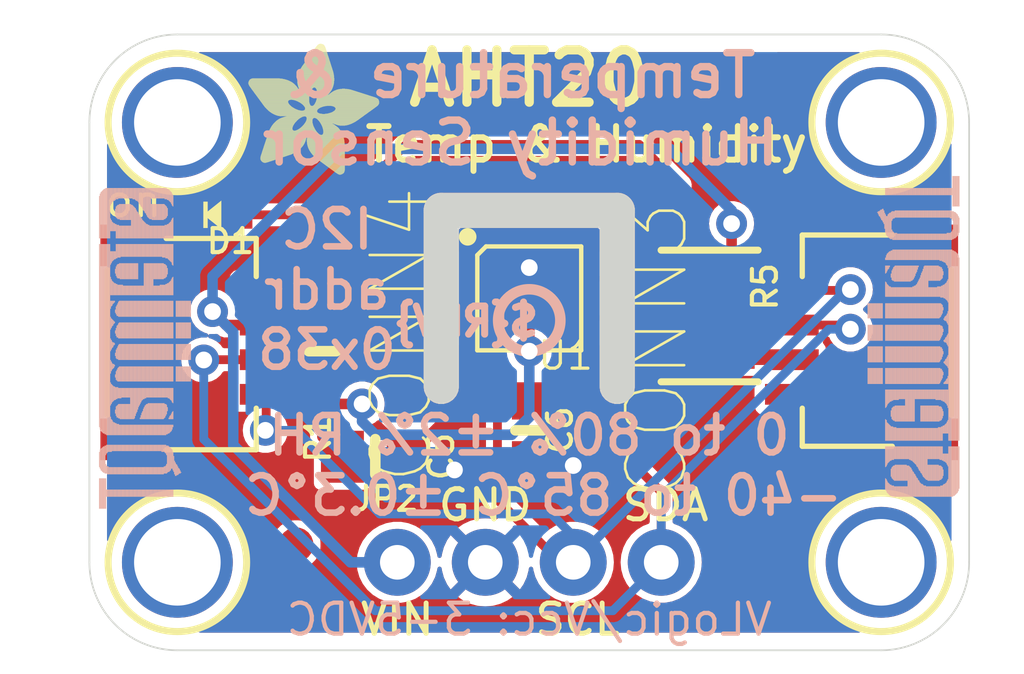
<source format=kicad_pcb>
(kicad_pcb (version 20221018) (generator pcbnew)
  (layers (0 "F.Cu" signal) (31 "B.Cu" signal) (34 "B.Paste" user) (35 "F.Paste" user) (36 "B.SilkS" user "B.Silkscreen") (37 "F.SilkS" user "F.Silkscreen") (38 "B.Mask" user) (39 "F.Mask" user) (44 "Edge.Cuts" user))
  (net 0 "")
  (net 1 "SDA")
  (net 2 "SCL")
  (net 3 "GND")
  (net 4 "VCC")
  (net 5 "N$1")
  (net 6 "VDD")
  (footprint "working:MOUNTINGHOLE_2.5_PLATED" (layer "F.Cu") (at 138.3411 98.6536)
    (fp_text reference "U$19" hide)
    (fp_text value "MOUNTINGHOLE2.5" hide)
    (pad "P$1" thru_hole circle (at 0 0) (size 3.2 3.2) (drill 2.5) (layers "*.Cu" "*.Mask"))
    (zone (net 0) (net_name "") (layer "F.Cu") (connect_pads (clearance 0)) (min_thickness 0.25)
      (keepout (tracks not_allowed) (vias not_allowed) (pads not_allowed) (copperpour not_allowed) (footprints allowed))
      (fill (thermal_gap 0.5) (thermal_bridge_width 0.5))
      (polygon (pts (xy 140.3571 98.6536) (xy 140.33748 98.373027) (xy 140.279004 98.097915) (xy 140.182808 97.833619) (xy 140.050765 97.585283) (xy 139.885446 97.35774) (xy 139.690067 97.15542) (xy 139.468433 96.98226) (xy 139.224856 96.841631) (xy 138.964078 96.73627) (xy 138.691175 96.668228) (xy 138.411457 96.638828) (xy 138.130371 96.648644) (xy 137.853385 96.697484) (xy 137.585893 96.784397) (xy 137.3331 96.907693) (xy 137.099926 97.06497) (xy 136.890911 97.253169) (xy 136.710122 97.468625) (xy 136.561078 97.707145) (xy 136.44668 97.964087) (xy 136.369154 98.23445) (xy 136.330011 98.512971) (xy 136.330011 98.794229) (xy 136.369154 99.07275) (xy 136.44668 99.343113) (xy 136.561078 99.600055) (xy 136.710122 99.838575) (xy 136.890911 100.054031) (xy 137.099926 100.24223) (xy 137.3331 100.399507) (xy 137.585893 100.522803) (xy 137.853385 100.609716) (xy 138.130371 100.658556) (xy 138.411457 100.668372) (xy 138.691175 100.638972) (xy 138.964078 100.57093) (xy 139.224856 100.465569) (xy 139.468433 100.32494) (xy 139.690067 100.15178) (xy 139.885446 99.94946) (xy 140.050765 99.721917) (xy 140.182808 99.473581) (xy 140.279004 99.209285) (xy 140.33748 98.934173)))
      (polygon (pts (xy 138.3251 98.6536) (xy 138.329786 98.664914) (xy 138.3411 98.6696) (xy 138.352414 98.664914) (xy 138.3571 98.6536) (xy 138.352414 98.642286) (xy 138.3411 98.6376) (xy 138.329786 98.642286)))
    )
    (zone (net 0) (net_name "") (layer "B.Cu") (connect_pads (clearance 0)) (min_thickness 0.25)
      (keepout (tracks not_allowed) (vias not_allowed) (pads not_allowed) (copperpour not_allowed) (footprints allowed))
      (fill (thermal_gap 0.5) (thermal_bridge_width 0.5))
      (polygon (pts (xy 140.3571 98.6536) (xy 140.33748 98.373027) (xy 140.279004 98.097915) (xy 140.182808 97.833619) (xy 140.050765 97.585283) (xy 139.885446 97.35774) (xy 139.690067 97.15542) (xy 139.468433 96.98226) (xy 139.224856 96.841631) (xy 138.964078 96.73627) (xy 138.691175 96.668228) (xy 138.411457 96.638828) (xy 138.130371 96.648644) (xy 137.853385 96.697484) (xy 137.585893 96.784397) (xy 137.3331 96.907693) (xy 137.099926 97.06497) (xy 136.890911 97.253169) (xy 136.710122 97.468625) (xy 136.561078 97.707145) (xy 136.44668 97.964087) (xy 136.369154 98.23445) (xy 136.330011 98.512971) (xy 136.330011 98.794229) (xy 136.369154 99.07275) (xy 136.44668 99.343113) (xy 136.561078 99.600055) (xy 136.710122 99.838575) (xy 136.890911 100.054031) (xy 137.099926 100.24223) (xy 137.3331 100.399507) (xy 137.585893 100.522803) (xy 137.853385 100.609716) (xy 138.130371 100.658556) (xy 138.411457 100.668372) (xy 138.691175 100.638972) (xy 138.964078 100.57093) (xy 139.224856 100.465569) (xy 139.468433 100.32494) (xy 139.690067 100.15178) (xy 139.885446 99.94946) (xy 140.050765 99.721917) (xy 140.182808 99.473581) (xy 140.279004 99.209285) (xy 140.33748 98.934173)))
      (polygon (pts (xy 138.3251 98.6536) (xy 138.329786 98.664914) (xy 138.3411 98.6696) (xy 138.352414 98.664914) (xy 138.3571 98.6536) (xy 138.352414 98.642286) (xy 138.3411 98.6376) (xy 138.329786 98.642286)))
    )
  )
  (footprint "working:0603-NO" (layer "F.Cu") (at 148.5011 107.5436 -90)
    (fp_text reference "C6" (at -0.762 -0.889 90) (layer "F.SilkS") (effects (font (size 0.692831 0.692831) (thickness 0.119969)) (justify right)))
    (fp_text value "0.1uF")
    (pad "1" smd rect (at -0.85 0 270) (size 1.075 1) (layers "F.Cu" "F.Paste" "F.Mask") (net 6 "VDD"))
    (pad "2" smd rect (at 0.85 0 270) (size 1.075 1) (layers "F.Cu" "F.Paste" "F.Mask") (net 3 "GND"))
  )
  (footprint "working:MOUNTINGHOLE_2.5_PLATED" (layer "F.Cu") (at 138.3411 111.3536)
    (fp_text reference "U$22" hide)
    (fp_text value "MOUNTINGHOLE2.5" hide)
    (pad "P$1" thru_hole circle (at 0 0) (size 3.2 3.2) (drill 2.5) (layers "*.Cu" "*.Mask"))
    (zone (net 0) (net_name "") (layer "F.Cu") (connect_pads (clearance 0)) (min_thickness 0.25)
      (keepout (tracks not_allowed) (vias not_allowed) (pads not_allowed) (copperpour not_allowed) (footprints allowed))
      (fill (thermal_gap 0.5) (thermal_bridge_width 0.5))
      (polygon (pts (xy 140.3571 111.3536) (xy 140.33748 111.073027) (xy 140.279004 110.797915) (xy 140.182808 110.533619) (xy 140.050765 110.285283) (xy 139.885446 110.05774) (xy 139.690067 109.85542) (xy 139.468433 109.68226) (xy 139.224856 109.541631) (xy 138.964078 109.43627) (xy 138.691175 109.368228) (xy 138.411457 109.338828) (xy 138.130371 109.348644) (xy 137.853385 109.397484) (xy 137.585893 109.484397) (xy 137.3331 109.607693) (xy 137.099926 109.76497) (xy 136.890911 109.953169) (xy 136.710122 110.168625) (xy 136.561078 110.407145) (xy 136.44668 110.664087) (xy 136.369154 110.93445) (xy 136.330011 111.212971) (xy 136.330011 111.494229) (xy 136.369154 111.77275) (xy 136.44668 112.043113) (xy 136.561078 112.300055) (xy 136.710122 112.538575) (xy 136.890911 112.754031) (xy 137.099926 112.94223) (xy 137.3331 113.099507) (xy 137.585893 113.222803) (xy 137.853385 113.309716) (xy 138.130371 113.358556) (xy 138.411457 113.368372) (xy 138.691175 113.338972) (xy 138.964078 113.27093) (xy 139.224856 113.165569) (xy 139.468433 113.02494) (xy 139.690067 112.85178) (xy 139.885446 112.64946) (xy 140.050765 112.421917) (xy 140.182808 112.173581) (xy 140.279004 111.909285) (xy 140.33748 111.634173)))
      (polygon (pts (xy 138.3251 111.3536) (xy 138.329786 111.364914) (xy 138.3411 111.3696) (xy 138.352414 111.364914) (xy 138.3571 111.3536) (xy 138.352414 111.342286) (xy 138.3411 111.3376) (xy 138.329786 111.342286)))
    )
    (zone (net 0) (net_name "") (layer "B.Cu") (connect_pads (clearance 0)) (min_thickness 0.25)
      (keepout (tracks not_allowed) (vias not_allowed) (pads not_allowed) (copperpour not_allowed) (footprints allowed))
      (fill (thermal_gap 0.5) (thermal_bridge_width 0.5))
      (polygon (pts (xy 140.3571 111.3536) (xy 140.33748 111.073027) (xy 140.279004 110.797915) (xy 140.182808 110.533619) (xy 140.050765 110.285283) (xy 139.885446 110.05774) (xy 139.690067 109.85542) (xy 139.468433 109.68226) (xy 139.224856 109.541631) (xy 138.964078 109.43627) (xy 138.691175 109.368228) (xy 138.411457 109.338828) (xy 138.130371 109.348644) (xy 137.853385 109.397484) (xy 137.585893 109.484397) (xy 137.3331 109.607693) (xy 137.099926 109.76497) (xy 136.890911 109.953169) (xy 136.710122 110.168625) (xy 136.561078 110.407145) (xy 136.44668 110.664087) (xy 136.369154 110.93445) (xy 136.330011 111.212971) (xy 136.330011 111.494229) (xy 136.369154 111.77275) (xy 136.44668 112.043113) (xy 136.561078 112.300055) (xy 136.710122 112.538575) (xy 136.890911 112.754031) (xy 137.099926 112.94223) (xy 137.3331 113.099507) (xy 137.585893 113.222803) (xy 137.853385 113.309716) (xy 138.130371 113.358556) (xy 138.411457 113.368372) (xy 138.691175 113.338972) (xy 138.964078 113.27093) (xy 139.224856 113.165569) (xy 139.468433 113.02494) (xy 139.690067 112.85178) (xy 139.885446 112.64946) (xy 140.050765 112.421917) (xy 140.182808 112.173581) (xy 140.279004 111.909285) (xy 140.33748 111.634173)))
      (polygon (pts (xy 138.3251 111.3536) (xy 138.329786 111.364914) (xy 138.3411 111.3696) (xy 138.352414 111.364914) (xy 138.3571 111.3536) (xy 138.352414 111.342286) (xy 138.3411 111.3376) (xy 138.329786 111.342286)))
    )
  )
  (footprint "working:JST_SH4" (layer "F.Cu") (at 138.9126 105.0036 -90)
    (fp_text reference "CONN4" (at -4.6 -5.9 90) (layer "F.SilkS") (effects (font (size 1.703222 1.703222) (thickness 0.074778)) (justify right)))
    (fp_text value "STEMMA_I2C_QT" hide)
    (pad "1" smd rect (at -1.5 -2.006) (size 1.55 0.6) (layers "F.Cu" "F.Paste" "F.Mask") (net 3 "GND"))
    (pad "2" smd rect (at -0.5 -2.006) (size 1.55 0.6) (layers "F.Cu" "F.Paste" "F.Mask") (net 4 "VCC"))
    (pad "3" smd rect (at 0.5 -2.006) (size 1.55 0.6) (layers "F.Cu" "F.Paste" "F.Mask") (net 1 "SDA"))
    (pad "4" smd rect (at 1.5 -2.006) (size 1.55 0.6) (layers "F.Cu" "F.Paste" "F.Mask") (net 2 "SCL"))
    (pad "MT1" smd rect (at -2.8 1.894) (size 1.8 1.2) (layers "F.Cu" "F.Paste" "F.Mask") (net 3 "GND"))
    (pad "MT2" smd rect (at 2.8 1.894) (size 1.8 1.2) (layers "F.Cu" "F.Paste" "F.Mask") (net 3 "GND"))
  )
  (footprint "working:FIDUCIAL_1MM" (layer "F.Cu") (at 155.3591 97.3836)
    (fp_text reference "FID4" hide)
    (fp_text value "FIDUCIAL_1MM" hide)
    (pad "1" smd roundrect (at 0 0) (size 1 1) (layers "F.Cu" "F.Mask") (roundrect_rratio 0.5))
  )
  (footprint "working:ADAFRUIT_3.5MM" (layer "F.Cu") (at 140.3731 100.1776)
    (fp_text reference "U$28" hide)
    (fp_text value "" hide)
  )
  (footprint "working:FIDUCIAL_1MM" (layer "F.Cu") (at 141.7701 110.8456)
    (fp_text reference "FID3" hide)
    (fp_text value "FIDUCIAL_1MM" hide)
    (pad "1" smd roundrect (at 0 0) (size 1 1) (layers "F.Cu" "F.Mask") (roundrect_rratio 0.5))
  )
  (footprint "working:CHIPLED_0603_NOOUTLINE" (layer "F.Cu") (at 139.3571 101.3206 90)
    (fp_text reference "D1" (at -0.762 1.27) (layer "F.SilkS") (effects (font (size 0.692831 0.692831) (thickness 0.119969)) (justify right)))
    (fp_text value "GREEN")
    (pad "A" smd rect (at 0 0.75 90) (size 0.8 0.8) (layers "F.Cu" "F.Paste" "F.Mask") (net 5 "N$1"))
    (pad "C" smd rect (at 0 -0.75 90) (size 0.8 0.8) (layers "F.Cu" "F.Paste" "F.Mask") (net 3 "GND"))
  )
  (footprint "working:MOUNTINGHOLE_2.5_PLATED" (layer "F.Cu") (at 158.6611 111.3536)
    (fp_text reference "U$25" hide)
    (fp_text value "MOUNTINGHOLE2.5" hide)
    (pad "P$1" thru_hole circle (at 0 0) (size 3.2 3.2) (drill 2.5) (layers "*.Cu" "*.Mask"))
    (zone (net 0) (net_name "") (layer "F.Cu") (connect_pads (clearance 0)) (min_thickness 0.25)
      (keepout (tracks not_allowed) (vias not_allowed) (pads not_allowed) (copperpour not_allowed) (footprints allowed))
      (fill (thermal_gap 0.5) (thermal_bridge_width 0.5))
      (polygon (pts (xy 160.6771 111.3536) (xy 160.65748 111.073027) (xy 160.599004 110.797915) (xy 160.502808 110.533619) (xy 160.370765 110.285283) (xy 160.205446 110.05774) (xy 160.010067 109.85542) (xy 159.788433 109.68226) (xy 159.544856 109.541631) (xy 159.284078 109.43627) (xy 159.011175 109.368228) (xy 158.731457 109.338828) (xy 158.450371 109.348644) (xy 158.173385 109.397484) (xy 157.905893 109.484397) (xy 157.6531 109.607693) (xy 157.419926 109.76497) (xy 157.210911 109.953169) (xy 157.030122 110.168625) (xy 156.881078 110.407145) (xy 156.76668 110.664087) (xy 156.689154 110.93445) (xy 156.650011 111.212971) (xy 156.650011 111.494229) (xy 156.689154 111.77275) (xy 156.76668 112.043113) (xy 156.881078 112.300055) (xy 157.030122 112.538575) (xy 157.210911 112.754031) (xy 157.419926 112.94223) (xy 157.6531 113.099507) (xy 157.905893 113.222803) (xy 158.173385 113.309716) (xy 158.450371 113.358556) (xy 158.731457 113.368372) (xy 159.011175 113.338972) (xy 159.284078 113.27093) (xy 159.544856 113.165569) (xy 159.788433 113.02494) (xy 160.010067 112.85178) (xy 160.205446 112.64946) (xy 160.370765 112.421917) (xy 160.502808 112.173581) (xy 160.599004 111.909285) (xy 160.65748 111.634173)))
      (polygon (pts (xy 158.6451 111.3536) (xy 158.649786 111.364914) (xy 158.6611 111.3696) (xy 158.672414 111.364914) (xy 158.6771 111.3536) (xy 158.672414 111.342286) (xy 158.6611 111.3376) (xy 158.649786 111.342286)))
    )
    (zone (net 0) (net_name "") (layer "B.Cu") (connect_pads (clearance 0)) (min_thickness 0.25)
      (keepout (tracks not_allowed) (vias not_allowed) (pads not_allowed) (copperpour not_allowed) (footprints allowed))
      (fill (thermal_gap 0.5) (thermal_bridge_width 0.5))
      (polygon (pts (xy 160.6771 111.3536) (xy 160.65748 111.073027) (xy 160.599004 110.797915) (xy 160.502808 110.533619) (xy 160.370765 110.285283) (xy 160.205446 110.05774) (xy 160.010067 109.85542) (xy 159.788433 109.68226) (xy 159.544856 109.541631) (xy 159.284078 109.43627) (xy 159.011175 109.368228) (xy 158.731457 109.338828) (xy 158.450371 109.348644) (xy 158.173385 109.397484) (xy 157.905893 109.484397) (xy 157.6531 109.607693) (xy 157.419926 109.76497) (xy 157.210911 109.953169) (xy 157.030122 110.168625) (xy 156.881078 110.407145) (xy 156.76668 110.664087) (xy 156.689154 110.93445) (xy 156.650011 111.212971) (xy 156.650011 111.494229) (xy 156.689154 111.77275) (xy 156.76668 112.043113) (xy 156.881078 112.300055) (xy 157.030122 112.538575) (xy 157.210911 112.754031) (xy 157.419926 112.94223) (xy 157.6531 113.099507) (xy 157.905893 113.222803) (xy 158.173385 113.309716) (xy 158.450371 113.358556) (xy 158.731457 113.368372) (xy 159.011175 113.338972) (xy 159.284078 113.27093) (xy 159.544856 113.165569) (xy 159.788433 113.02494) (xy 160.010067 112.85178) (xy 160.205446 112.64946) (xy 160.370765 112.421917) (xy 160.502808 112.173581) (xy 160.599004 111.909285) (xy 160.65748 111.634173)))
      (polygon (pts (xy 158.6451 111.3536) (xy 158.649786 111.364914) (xy 158.6611 111.3696) (xy 158.672414 111.364914) (xy 158.6771 111.3536) (xy 158.672414 111.342286) (xy 158.6611 111.3376) (xy 158.649786 111.342286)))
    )
  )
  (footprint "working:JST_SH4" (layer "F.Cu") (at 158.0896 105.0036 90)
    (fp_text reference "CONN3" (at -4.6 -5.9 90) (layer "F.SilkS") (effects (font (size 1.703222 1.703222) (thickness 0.074778)) (justify left)))
    (fp_text value "STEMMA_I2C_QT" hide)
    (pad "1" smd rect (at -1.5 -2.006 180) (size 1.55 0.6) (layers "F.Cu" "F.Paste" "F.Mask") (net 3 "GND"))
    (pad "2" smd rect (at -0.5 -2.006 180) (size 1.55 0.6) (layers "F.Cu" "F.Paste" "F.Mask") (net 4 "VCC"))
    (pad "3" smd rect (at 0.5 -2.006 180) (size 1.55 0.6) (layers "F.Cu" "F.Paste" "F.Mask") (net 1 "SDA"))
    (pad "4" smd rect (at 1.5 -2.006 180) (size 1.55 0.6) (layers "F.Cu" "F.Paste" "F.Mask") (net 2 "SCL"))
    (pad "MT1" smd rect (at -2.8 1.894 180) (size 1.8 1.2) (layers "F.Cu" "F.Paste" "F.Mask") (net 3 "GND"))
    (pad "MT2" smd rect (at 2.8 1.894 180) (size 1.8 1.2) (layers "F.Cu" "F.Paste" "F.Mask") (net 3 "GND"))
  )
  (footprint "working:0805-NO" (layer "F.Cu") (at 144.0561 108.3056)
    (fp_text reference "C5" (at 1.905 -0.762 90) (layer "F.SilkS") (effects (font (size 0.692831 0.692831) (thickness 0.119969)) (justify right)))
    (fp_text value "10uF")
    (pad "1" smd rect (at -0.95 0) (size 1.24 1.5) (layers "F.Cu" "F.Paste" "F.Mask") (net 6 "VDD"))
    (pad "2" smd rect (at 0.95 0) (size 1.24 1.5) (layers "F.Cu" "F.Paste" "F.Mask") (net 3 "GND"))
  )
  (footprint "working:0603-NO" (layer "F.Cu") (at 142.5321 105.2576 -90)
    (fp_text reference "R1" (at 1.778 0.127 90) (layer "F.SilkS") (effects (font (size 0.692831 0.692831) (thickness 0.119969)) (justify right)))
    (fp_text value "220")
    (pad "1" smd rect (at -0.85 0 270) (size 1.075 1) (layers "F.Cu" "F.Paste" "F.Mask") (net 4 "VCC"))
    (pad "2" smd rect (at 0.85 0 270) (size 1.075 1) (layers "F.Cu" "F.Paste" "F.Mask") (net 6 "VDD"))
  )
  (footprint "working:MOUNTINGHOLE_2.5_PLATED" (layer "F.Cu") (at 158.6611 98.6536)
    (fp_text reference "U$20" hide)
    (fp_text value "MOUNTINGHOLE2.5" hide)
    (pad "P$1" thru_hole circle (at 0 0) (size 3.2 3.2) (drill 2.5) (layers "*.Cu" "*.Mask"))
    (zone (net 0) (net_name "") (layer "F.Cu") (connect_pads (clearance 0)) (min_thickness 0.25)
      (keepout (tracks not_allowed) (vias not_allowed) (pads not_allowed) (copperpour not_allowed) (footprints allowed))
      (fill (thermal_gap 0.5) (thermal_bridge_width 0.5))
      (polygon (pts (xy 160.6771 98.6536) (xy 160.65748 98.373027) (xy 160.599004 98.097915) (xy 160.502808 97.833619) (xy 160.370765 97.585283) (xy 160.205446 97.35774) (xy 160.010067 97.15542) (xy 159.788433 96.98226) (xy 159.544856 96.841631) (xy 159.284078 96.73627) (xy 159.011175 96.668228) (xy 158.731457 96.638828) (xy 158.450371 96.648644) (xy 158.173385 96.697484) (xy 157.905893 96.784397) (xy 157.6531 96.907693) (xy 157.419926 97.06497) (xy 157.210911 97.253169) (xy 157.030122 97.468625) (xy 156.881078 97.707145) (xy 156.76668 97.964087) (xy 156.689154 98.23445) (xy 156.650011 98.512971) (xy 156.650011 98.794229) (xy 156.689154 99.07275) (xy 156.76668 99.343113) (xy 156.881078 99.600055) (xy 157.030122 99.838575) (xy 157.210911 100.054031) (xy 157.419926 100.24223) (xy 157.6531 100.399507) (xy 157.905893 100.522803) (xy 158.173385 100.609716) (xy 158.450371 100.658556) (xy 158.731457 100.668372) (xy 159.011175 100.638972) (xy 159.284078 100.57093) (xy 159.544856 100.465569) (xy 159.788433 100.32494) (xy 160.010067 100.15178) (xy 160.205446 99.94946) (xy 160.370765 99.721917) (xy 160.502808 99.473581) (xy 160.599004 99.209285) (xy 160.65748 98.934173)))
      (polygon (pts (xy 158.6451 98.6536) (xy 158.649786 98.664914) (xy 158.6611 98.6696) (xy 158.672414 98.664914) (xy 158.6771 98.6536) (xy 158.672414 98.642286) (xy 158.6611 98.6376) (xy 158.649786 98.642286)))
    )
    (zone (net 0) (net_name "") (layer "B.Cu") (connect_pads (clearance 0)) (min_thickness 0.25)
      (keepout (tracks not_allowed) (vias not_allowed) (pads not_allowed) (copperpour not_allowed) (footprints allowed))
      (fill (thermal_gap 0.5) (thermal_bridge_width 0.5))
      (polygon (pts (xy 160.6771 98.6536) (xy 160.65748 98.373027) (xy 160.599004 98.097915) (xy 160.502808 97.833619) (xy 160.370765 97.585283) (xy 160.205446 97.35774) (xy 160.010067 97.15542) (xy 159.788433 96.98226) (xy 159.544856 96.841631) (xy 159.284078 96.73627) (xy 159.011175 96.668228) (xy 158.731457 96.638828) (xy 158.450371 96.648644) (xy 158.173385 96.697484) (xy 157.905893 96.784397) (xy 157.6531 96.907693) (xy 157.419926 97.06497) (xy 157.210911 97.253169) (xy 157.030122 97.468625) (xy 156.881078 97.707145) (xy 156.76668 97.964087) (xy 156.689154 98.23445) (xy 156.650011 98.512971) (xy 156.650011 98.794229) (xy 156.689154 99.07275) (xy 156.76668 99.343113) (xy 156.881078 99.600055) (xy 157.030122 99.838575) (xy 157.210911 100.054031) (xy 157.419926 100.24223) (xy 157.6531 100.399507) (xy 157.905893 100.522803) (xy 158.173385 100.609716) (xy 158.450371 100.658556) (xy 158.731457 100.668372) (xy 159.011175 100.638972) (xy 159.284078 100.57093) (xy 159.544856 100.465569) (xy 159.788433 100.32494) (xy 160.010067 100.15178) (xy 160.205446 99.94946) (xy 160.370765 99.721917) (xy 160.502808 99.473581) (xy 160.599004 99.209285) (xy 160.65748 98.934173)))
      (polygon (pts (xy 158.6451 98.6536) (xy 158.649786 98.664914) (xy 158.6611 98.6696) (xy 158.672414 98.664914) (xy 158.6771 98.6536) (xy 158.672414 98.642286) (xy 158.6611 98.6376) (xy 158.649786 98.642286)))
    )
  )
  (footprint "working:1X04_ROUND_76" (layer "F.Cu") (at 148.5011 111.3536)
    (fp_text reference "JP2" (at -5.1562 -1.8288) (layer "F.SilkS") (effects (font (size 0.692831 0.692831) (thickness 0.119969)) (justify left)))
    (fp_text value "")
    (pad "1" thru_hole circle (at -3.81 0 90) (size 1.9304 1.9304) (drill 1) (layers "*.Cu" "*.Mask") (net 4 "VCC"))
    (pad "2" thru_hole circle (at -1.27 0 90) (size 1.9304 1.9304) (drill 1) (layers "*.Cu" "*.Mask") (net 3 "GND"))
    (pad "3" thru_hole circle (at 1.27 0 90) (size 1.9304 1.9304) (drill 1) (layers "*.Cu" "*.Mask") (net 2 "SCL"))
    (pad "4" thru_hole circle (at 3.81 0 90) (size 1.9304 1.9304) (drill 1) (layers "*.Cu" "*.Mask") (net 1 "SDA"))
  )
  (footprint "working:RESPACK_4X0603" (layer "F.Cu") (at 153.7081 104.2416 -90)
    (fp_text reference "R5" (at -1.6 -1.6 90) (layer "F.SilkS") (effects (font (size 0.692831 0.692831) (thickness 0.119969)) (justify right)))
    (fp_text value "10K Pack")
    (pad "1" smd rect (at -1.3 0.85 270) (size 0.45 0.9) (layers "F.Cu" "F.Paste" "F.Mask") (net 5 "N$1"))
    (pad "2" smd rect (at -0.4 0.85 270) (size 0.45 0.9) (layers "F.Cu" "F.Paste" "F.Mask") (net 4 "VCC"))
    (pad "3" smd rect (at 0.4 0.85 270) (size 0.45 0.9) (layers "F.Cu" "F.Paste" "F.Mask") (net 4 "VCC"))
    (pad "4" smd rect (at 1.3 0.85 270) (size 0.45 0.9) (layers "F.Cu" "F.Paste" "F.Mask") (net 4 "VCC"))
    (pad "5" smd rect (at 1.3 -0.85 270) (size 0.45 0.9) (layers "F.Cu" "F.Paste" "F.Mask") (net 4 "VCC"))
    (pad "6" smd rect (at 0.4 -0.85 270) (size 0.45 0.9) (layers "F.Cu" "F.Paste" "F.Mask") (net 1 "SDA"))
    (pad "7" smd rect (at -0.4 -0.85 270) (size 0.45 0.9) (layers "F.Cu" "F.Paste" "F.Mask") (net 2 "SCL"))
    (pad "8" smd rect (at -1.3 -0.85 270) (size 0.45 0.9) (layers "F.Cu" "F.Paste" "F.Mask") (net 4 "VCC"))
  )
  (footprint "working:LONGAN-IC_SNR6-1.0-3X3X1MM" (layer "F.Cu") (at 148.5011 103.7336 180)
    (fp_text reference "U1" (at -1.905 -1.651) (layer "F.SilkS") (effects (font (size 0.795122 0.795122) (thickness 0.093878)) (justify right)))
    (fp_text value "AHT20")
    (pad "1" smd roundrect (at 1.3 1) (size 0.95 0.5) (layers "F.Cu" "F.Paste" "F.Mask"))
    (pad "2" smd roundrect (at 1.3 0) (size 0.95 0.5) (layers "F.Cu" "F.Paste" "F.Mask") (net 6 "VDD"))
    (pad "3" smd roundrect (at 1.3 -1) (size 0.95 0.5) (layers "F.Cu" "F.Paste" "F.Mask") (net 2 "SCL"))
    (pad "4" smd roundrect (at -1.3 -1) (size 0.95 0.5) (layers "F.Cu" "F.Paste" "F.Mask") (net 1 "SDA"))
    (pad "5" smd roundrect (at -1.3 0) (size 0.95 0.5) (layers "F.Cu" "F.Paste" "F.Mask") (net 3 "GND"))
    (pad "6" smd roundrect (at -1.3 1) (size 0.95 0.5) (layers "F.Cu" "F.Paste" "F.Mask"))
  )
  (footprint "working:STEMMAQT" (layer "B.Cu") (at 158.2801 109.4486 90)
    (fp_text reference "U$30" hide)
    (fp_text value "" hide)
  )
  (footprint "working:STEMMAQT" (layer "B.Cu") (at 138.7221 100.5586 -90)
    (fp_text reference "U$31" hide)
    (fp_text value "" hide)
  )
  (footprint "working:PCBFEAT-REV-040" (layer "B.Cu") (at 148.5011 104.3686 180)
    (fp_text reference "U$29" hide)
    (fp_text value "" hide)
    (fp_text user "${REV}" (at -0.3556 -0.508) (layer "B.SilkS") (effects (font (size 0.8128 0.8128) (thickness 0.2032)) (justify left bottom mirror)))
  )
  (gr_line (start 138.3411 113.8936) (end 158.6611 113.8936) (stroke (width 0.05)) (layer "Edge.Cuts"))
  (gr_arc (start 161.2011 111.3536) (mid 160.457151 113.149651) (end 158.6611 113.8936) (stroke (width 0.05)) (layer "Edge.Cuts"))
  (gr_line (start 151.0411 101.1936) (end 151.0411 106.2736) (stroke (width 1.016)) (layer "Edge.Cuts"))
  (gr_line (start 145.9611 101.1936) (end 151.0411 101.1936) (stroke (width 1.016)) (layer "Edge.Cuts"))
  (gr_line (start 135.8011 98.6536) (end 135.8011 111.3536) (stroke (width 0.05)) (layer "Edge.Cuts"))
  (gr_line (start 158.6611 96.1136) (end 138.3411 96.1136) (stroke (width 0.05)) (layer "Edge.Cuts"))
  (gr_arc (start 138.3411 113.8936) (mid 136.545049 113.149651) (end 135.8011 111.3536) (stroke (width 0.05)) (layer "Edge.Cuts"))
  (gr_line (start 145.9611 106.2736) (end 145.9611 101.1936) (stroke (width 1.016)) (layer "Edge.Cuts"))
  (gr_line (start 161.2011 111.3536) (end 161.2011 98.6536) (stroke (width 0.05)) (layer "Edge.Cuts"))
  (gr_arc (start 135.8011 98.6536) (mid 136.545049 96.857549) (end 138.3411 96.1136) (stroke (width 0.05)) (layer "Edge.Cuts"))
  (gr_arc (start 158.6611 96.1136) (mid 160.457151 96.857549) (end 161.2011 98.6536) (stroke (width 0.05)) (layer "Edge.Cuts"))
  (gr_text "0 to 80% ±2% RH\n-40 to 85°C ±0.3°C " (at 148.5011 108.5596) (layer "B.SilkS") (effects (font (size 1.0795 1.0795) (thickness 0.1905)) (justify mirror)))
  (gr_text "VLogic/Vcc: 3-5VDC" (at 148.5011 113.0046) (layer "B.SilkS") (effects (font (size 0.89408 0.89408) (thickness 0.12192)) (justify mirror)))
  (gr_text "Temperature &\nHumidity Sensor" (at 148.2471 98.2726) (layer "B.SilkS") (effects (font (size 1.20904 1.20904) (thickness 0.21336)) (justify mirror)))
  (gr_text "I2C\naddr\n0x38" (at 142.6591 103.4796) (layer "B.SilkS") (effects (font (size 1.0795 1.0795) (thickness 0.1905)) (justify mirror)))
  (gr_text "AHT20" (at 148.5011 97.3836) (layer "F.SilkS") (effects (font (size 1.5113 1.5113) (thickness 0.2667))))
  (gr_text "VIN" (at 144.6911 113.0046) (layer "F.SilkS") (effects (font (size 0.87376 0.87376) (thickness 0.14224))))
  (gr_text "Temp & Humidity" (at 150.1521 99.2886) (layer "F.SilkS") (effects (font (size 0.97155 0.97155) (thickness 0.17145))))
  (gr_text "on" (at 136.1821 101.4476) (layer "F.SilkS") (effects (font (size 0.89408 0.89408) (thickness 0.12192)) (justify left bottom)))
  (gr_text "SDA" (at 152.4381 109.7026) (layer "F.SilkS") (effects (font (size 0.87376 0.87376) (thickness 0.14224))))
  (gr_text "SCL" (at 149.8981 113.0046) (layer "F.SilkS") (effects (font (size 0.87376 0.87376) (thickness 0.14224))))
  (gr_text "GND" (at 147.2311 109.7026) (layer "F.SilkS") (effects (font (size 0.87376 0.87376) (thickness 0.14224))))
  (segment (start 140.9186 105.5036) (end 139.1111 105.5036) (width 0.254) (layer "F.Cu") (net 1))
  (segment (start 156.0836 104.5036) (end 157.6531 104.5036) (width 0.254) (layer "F.Cu") (net 1))
  (segment (start 155.3401 104.6416) (end 155.4861 104.4956) (width 0.254) (layer "F.Cu") (net 1))
  (segment (start 152.3111 109.3216) (end 152.3111 111.3536) (width 0.254) (layer "F.Cu") (net 1))
  (segment (start 157.6531 104.5036) (end 157.7721 104.6226) (width 0.254) (layer "F.Cu") (net 1))
  (segment (start 156.3296 104.4956) (end 156.317965 104.507235) (width 0.254) (layer "F.Cu") (net 1))
  (segment (start 149.8011 104.7336) (end 149.4201 105.1146) (width 0.254) (layer "F.Cu") (net 1))
  (segment (start 149.4201 106.4306) (end 152.3111 109.3216) (width 0.254) (layer "F.Cu") (net 1))
  (segment (start 139.1111 105.5036) (end 139.1031 105.5116) (width 0.254) (layer "F.Cu") (net 1))
  (segment (start 154.5581 104.6416) (end 155.3401 104.6416) (width 0.254) (layer "F.Cu") (net 1))
  (segment (start 149.4201 105.1146) (end 149.4201 106.4306) (width 0.254) (layer "F.Cu") (net 1))
  (segment (start 156.317965 104.507235) (end 156.0836 104.5036) (width 0.254) (layer "F.Cu") (net 1))
  (segment (start 155.4861 104.4956) (end 156.3296 104.4956) (width 0.254) (layer "F.Cu") (net 1))
  (via (at 139.1031 105.5116) (size 0.889) (drill 0.4826) (layers "F.Cu" "B.Cu") (net 1))
  (via (at 157.7721 104.6226) (size 0.889) (drill 0.4826) (layers "F.Cu" "B.Cu") (net 1))
  (segment (start 144.0561 112.7506) (end 150.9141 112.7506) (width 0.254) (layer "B.Cu") (net 1))
  (segment (start 139.1031 105.5116) (end 139.1031 107.7976) (width 0.254) (layer "B.Cu") (net 1))
  (segment (start 150.9141 112.7506) (end 152.3111 111.3536) (width 0.254) (layer "B.Cu") (net 1))
  (segment (start 139.1031 107.7976) (end 144.0561 112.7506) (width 0.254) (layer "B.Cu") (net 1))
  (segment (start 157.148681 104.6226) (end 152.3111 109.460182) (width 0.254) (layer "B.Cu") (net 1))
  (segment (start 152.3111 109.460182) (end 152.3111 111.3536) (width 0.254) (layer "B.Cu") (net 1))
  (segment (start 157.7721 104.6226) (end 157.148681 104.6226) (width 0.254) (layer "B.Cu") (net 1))
  (segment (start 149.3901 111.3536) (end 149.7711 111.3536) (width 0.254) (layer "F.Cu") (net 2))
  (segment (start 156.0836 103.5036) (end 157.7481 103.5036) (width 0.254) (layer "F.Cu") (net 2))
  (segment (start 157.7481 103.5036) (end 157.7721 103.4796) (width 0.254) (layer "F.Cu") (net 2))
  (segment (start 155.4621 103.5036) (end 156.0836 103.5036) (width 0.254) (layer "F.Cu") (net 2))
  (segment (start 154.5581 103.8416) (end 155.1241 103.8416) (width 0.254) (layer "F.Cu") (net 2))
  (segment (start 140.9051 106.503613) (end 140.9051 107.5196) (width 0.254) (layer "F.Cu") (net 2))
  (segment (start 147.2011 104.7336) (end 147.5821 105.1146) (width 0.254) (layer "F.Cu") (net 2))
  (segment (start 149.3901 111.3536) (end 147.5821 109.5456) (width 0.254) (layer "F.Cu") (net 2))
  (segment (start 155.1241 103.8416) (end 155.4621 103.5036) (width 0.254) (layer "F.Cu") (net 2))
  (segment (start 147.5821 105.1146) (end 147.5821 109.5456) (width 0.254) (layer "F.Cu") (net 2))
  (segment (start 140.9186 106.5036) (end 140.9051 106.503613) (width 0.254) (layer "F.Cu") (net 2))
  (segment (start 140.8811 107.5436) (end 140.9051 107.5196) (width 0.254) (layer "F.Cu") (net 2))
  (via (at 157.7721 103.4796) (size 0.889) (drill 0.4826) (layers "F.Cu" "B.Cu") (net 2))
  (via (at 140.8811 107.5436) (size 0.889) (drill 0.4826) (layers "F.Cu" "B.Cu") (net 2))
  (segment (start 157.6451 103.4796) (end 149.7711 111.3536) (width 0.254) (layer "B.Cu") (net 2))
  (segment (start 141.7701 107.5436) (end 140.8811 107.5436) (width 0.254) (layer "B.Cu") (net 2))
  (segment (start 144.1831 109.9566) (end 141.7701 107.5436) (width 0.254) (layer "B.Cu") (net 2))
  (segment (start 149.1361 109.9566) (end 149.7711 110.5916) (width 0.254) (layer "B.Cu") (net 2))
  (segment (start 149.7711 110.5916) (end 149.7711 111.3536) (width 0.254) (layer "B.Cu") (net 2))
  (segment (start 157.7721 103.4796) (end 157.6451 103.4796) (width 0.254) (layer "B.Cu") (net 2))
  (segment (start 144.1831 109.9566) (end 149.1361 109.9566) (width 0.254) (layer "B.Cu") (net 2))
  (segment (start 149.8011 103.7336) (end 149.0391 103.7336) (width 0.254) (layer "F.Cu") (net 3))
  (segment (start 149.0391 103.7336) (end 148.5011 103.1956) (width 0.254) (layer "F.Cu") (net 3))
  (segment (start 148.5011 102.8446) (end 148.5011 103.1956) (width 0.254) (layer "F.Cu") (net 3))
  (via (at 149.7711 108.5596) (size 0.889) (drill 0.4826) (layers "F.Cu" "B.Cu") (net 3))
  (via (at 146.3421 108.6866) (size 0.889) (drill 0.4826) (layers "F.Cu" "B.Cu") (net 3))
  (via (at 148.5011 102.8446) (size 0.889) (drill 0.4826) (layers "F.Cu" "B.Cu") (net 3))
  (segment (start 154.5961 105.5036) (end 154.5581 105.5416) (width 0.3048) (layer "F.Cu") (net 4))
  (segment (start 154.5581 102.9416) (end 154.3431 102.9416) (width 0.3048) (layer "F.Cu") (net 4))
  (segment (start 154.3431 101.5746) (end 154.3431 102.9416) (width 0.3048) (layer "F.Cu") (net 4))
  (segment (start 154.3431 102.9416) (end 154.1191 102.9416) (width 0.3048) (layer "F.Cu") (net 4))
  (segment (start 153.2191 103.8416) (end 152.8581 103.8416) (width 0.3048) (layer "F.Cu") (net 4))
  (segment (start 142.4361 104.5036) (end 142.5321 104.4076) (width 0.3048) (layer "F.Cu") (net 4))
  (segment (start 139.7461 104.5036) (end 139.3571 104.1146) (width 0.3048) (layer "F.Cu") (net 4))
  (segment (start 152.8581 104.6416) (end 152.8581 105.5416) (width 0.3048) (layer "F.Cu") (net 4))
  (segment (start 140.9186 104.5036) (end 142.4361 104.5036) (width 0.3048) (layer "F.Cu") (net 4))
  (segment (start 152.8581 103.8416) (end 152.8581 104.6416) (width 0.3048) (layer "F.Cu") (net 4))
  (segment (start 152.8581 105.5416) (end 154.5581 105.5416) (width 0.3048) (layer "F.Cu") (net 4))
  (segment (start 156.0836 105.5036) (end 154.5961 105.5036) (width 0.3048) (layer "F.Cu") (net 4))
  (segment (start 140.9186 104.5036) (end 139.7461 104.5036) (width 0.3048) (layer "F.Cu") (net 4))
  (segment (start 154.1191 102.9416) (end 153.2191 103.8416) (width 0.3048) (layer "F.Cu") (net 4))
  (via (at 154.3431 101.5746) (size 0.889) (drill 0.4826) (layers "F.Cu" "B.Cu") (net 4))
  (via (at 139.3571 104.1146) (size 0.889) (drill 0.4826) (layers "F.Cu" "B.Cu") (net 4))
  (segment (start 139.954 107.966) (end 143.3416 111.3536) (width 0.3048) (layer "B.Cu") (net 4))
  (segment (start 139.954 104.7115) (end 139.954 107.966) (width 0.3048) (layer "B.Cu") (net 4))
  (segment (start 143.3416 111.3536) (end 144.6911 111.3536) (width 0.3048) (layer "B.Cu") (net 4))
  (segment (start 139.3571 104.1146) (end 139.954 104.7115) (width 0.3048) (layer "B.Cu") (net 4))
  (segment (start 154.3431 101.1936) (end 154.3431 101.5746) (width 0.3048) (layer "B.Cu") (net 4))
  (segment (start 139.3571 103.0986) (end 143.0401 99.4156) (width 0.3048) (layer "B.Cu") (net 4))
  (segment (start 139.3571 104.1146) (end 139.3571 103.0986) (width 0.3048) (layer "B.Cu") (net 4))
  (segment (start 152.5651 99.4156) (end 154.3431 101.1936) (width 0.3048) (layer "B.Cu") (net 4))
  (segment (start 143.0401 99.4156) (end 152.5651 99.4156) (width 0.3048) (layer "B.Cu") (net 4))
  (segment (start 152.8581 100.4706) (end 152.8581 102.9416) (width 0.254) (layer "F.Cu") (net 5))
  (segment (start 144.9451 99.2886) (end 151.6761 99.2886) (width 0.254) (layer "F.Cu") (net 5))
  (segment (start 151.6761 99.2886) (end 152.8581 100.4706) (width 0.254) (layer "F.Cu") (net 5))
  (segment (start 142.9131 101.3206) (end 144.9451 99.2886) (width 0.254) (layer "F.Cu") (net 5))
  (segment (start 140.1071 101.3206) (end 142.9131 101.3206) (width 0.254) (layer "F.Cu") (net 5))
  (segment (start 148.5011 105.2576) (end 148.5011 106.6936) (width 0.3048) (layer "F.Cu") (net 6))
  (segment (start 147.6121 103.7336) (end 148.5011 104.6226) (width 0.3048) (layer "F.Cu") (net 6))
  (segment (start 148.5011 104.6226) (end 148.5011 105.2576) (width 0.3048) (layer "F.Cu") (net 6))
  (segment (start 142.5321 107.7316) (end 143.1061 108.3056) (width 0.3048) (layer "F.Cu") (net 6))
  (segment (start 147.2011 103.7336) (end 147.6121 103.7336) (width 0.3048) (layer "F.Cu") (net 6))
  (segment (start 142.5321 106.7816) (end 143.6751 106.7816) (width 0.3048) (layer "F.Cu") (net 6))
  (segment (start 142.5321 106.1076) (end 142.5321 107.7316) (width 0.3048) (layer "F.Cu") (net 6))
  (segment (start 142.5321 106.1076) (end 142.5321 106.7816) (width 0.3048) (layer "F.Cu") (net 6))
  (via (at 143.6751 106.7816) (size 0.889) (drill 0.4826) (layers "F.Cu" "B.Cu") (net 6))
  (via (at 148.5011 105.2576) (size 0.889) (drill 0.4826) (layers "F.Cu" "B.Cu") (net 6))
  (segment (start 148.5011 107.1626) (end 148.5011 105.2576) (width 0.3048) (layer "B.Cu") (net 6))
  (segment (start 147.9931 107.6706) (end 148.5011 107.1626) (width 0.3048) (layer "B.Cu") (net 6))
  (segment (start 144.0561 107.6706) (end 147.9931 107.6706) (width 0.3048) (layer "B.Cu") (net 6))
  (segment (start 144.0561 107.6706) (end 143.6751 107.2896) (width 0.3048) (layer "B.Cu") (net 6))
  (segment (start 143.6751 106.7816) (end 143.6751 107.2896) (width 0.3048) (layer "B.Cu") (net 6))
  (zone (net 3) (net_name "GND") (layer "F.Cu") (priority 6) (connect_pads (clearance 0.000001)) (min_thickness 0.127) (fill yes (thermal_gap 0.304) (thermal_bridge_width 0.304))
    (polygon (pts (xy 161.3281 114.0206) (xy 135.6741 114.0206) (xy 135.6741 95.9866) (xy 161.3281 95.9866)))
  )
  (zone (net 3) (net_name "GND") (layer "B.Cu") (priority 6) (connect_pads (clearance 0.000001)) (min_thickness 0.127) (fill yes (thermal_gap 0.304) (thermal_bridge_width 0.304))
    (polygon (pts (xy 161.3281 114.0206) (xy 135.6741 114.0206) (xy 135.6741 95.9866) (xy 161.3281 95.9866)))
  )
)
</source>
